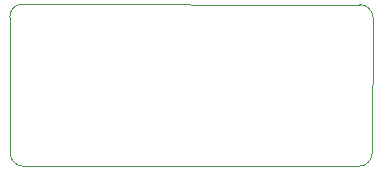
<source format=gm1>
%TF.GenerationSoftware,KiCad,Pcbnew,(6.0.1)*%
%TF.CreationDate,2022-01-24T11:38:00+08:00*%
%TF.ProjectId,ST-Link_v2-1,53542d4c-696e-46b5-9f76-322d312e6b69,rev?*%
%TF.SameCoordinates,Original*%
%TF.FileFunction,Profile,NP*%
%FSLAX46Y46*%
G04 Gerber Fmt 4.6, Leading zero omitted, Abs format (unit mm)*
G04 Created by KiCad (PCBNEW (6.0.1)) date 2022-01-24 11:38:00*
%MOMM*%
%LPD*%
G01*
G04 APERTURE LIST*
%TA.AperFunction,Profile*%
%ADD10C,0.100000*%
%TD*%
G04 APERTURE END LIST*
D10*
X140088062Y-113410863D02*
G75*
G03*
X141224000Y-114427000I1135938J126863D01*
G01*
X170734223Y-113284000D02*
X170815000Y-101877112D01*
X141224000Y-114427000D02*
X169591223Y-114427000D01*
X169591223Y-114427000D02*
G75*
G03*
X170734223Y-113284000I0J1143000D01*
G01*
X140088062Y-113411000D02*
X140040611Y-101773223D01*
X169672000Y-100734112D02*
X141224000Y-100687889D01*
X141224000Y-100687889D02*
G75*
G03*
X140040611Y-101773223I-93993J-1085334D01*
G01*
X170815000Y-101877112D02*
G75*
G03*
X169672000Y-100734112I-1143000J0D01*
G01*
M02*

</source>
